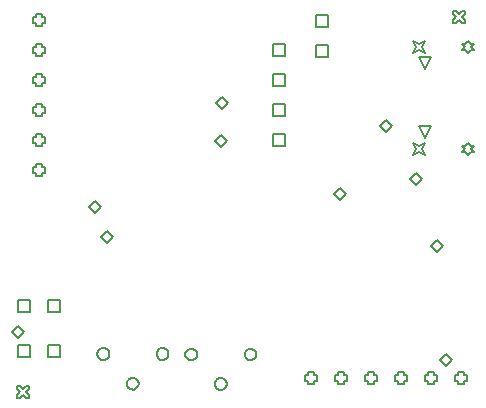
<source format=gbr>
G04*
G04 #@! TF.GenerationSoftware,Altium Limited,Altium Designer,24.1.2 (44)*
G04*
G04 Layer_Color=2752767*
%FSLAX25Y25*%
%MOIN*%
G70*
G04*
G04 #@! TF.SameCoordinates,539E6247-A82E-4B89-B4FB-6AA9409DBF92*
G04*
G04*
G04 #@! TF.FilePolarity,Positive*
G04*
G01*
G75*
%ADD14C,0.00500*%
%ADD71C,0.00667*%
D14*
X130500Y126500D02*
X131500D01*
X132500Y127500D01*
X133500Y126500D01*
X134500D01*
Y127500D01*
X133500Y128500D01*
X134500Y129500D01*
Y130500D01*
X133500D01*
X132500Y129500D01*
X131500Y130500D01*
X130500D01*
Y129500D01*
X131500Y128500D01*
X130500Y127500D01*
Y126500D01*
X276000Y251500D02*
X277000D01*
X278000Y252500D01*
X279000Y251500D01*
X280000D01*
Y252500D01*
X279000Y253500D01*
X280000Y254500D01*
Y255500D01*
X279000D01*
X278000Y254500D01*
X277000Y255500D01*
X276000D01*
Y254500D01*
X277000Y253500D01*
X276000Y252500D01*
Y251500D01*
X131000Y155000D02*
Y159000D01*
X135000D01*
Y155000D01*
X131000D01*
X141000D02*
Y159000D01*
X145000D01*
Y155000D01*
X141000D01*
Y140000D02*
Y144000D01*
X145000D01*
Y140000D01*
X141000D01*
X131000D02*
Y144000D01*
X135000D01*
Y140000D01*
X131000D01*
X216000Y210500D02*
Y214500D01*
X220000D01*
Y210500D01*
X216000D01*
Y220500D02*
Y224500D01*
X220000D01*
Y220500D01*
X216000D01*
Y230500D02*
Y234500D01*
X220000D01*
Y230500D01*
X216000D01*
Y240500D02*
Y244500D01*
X220000D01*
Y240500D01*
X216000D01*
X230139Y240000D02*
Y244000D01*
X234139D01*
Y240000D01*
X230139D01*
Y250000D02*
Y254000D01*
X234139D01*
Y250000D01*
X230139D01*
X137000Y251500D02*
Y250500D01*
X139000D01*
Y251500D01*
X140000D01*
Y253500D01*
X139000D01*
Y254500D01*
X137000D01*
Y253500D01*
X136000D01*
Y251500D01*
X137000D01*
Y241500D02*
Y240500D01*
X139000D01*
Y241500D01*
X140000D01*
Y243500D01*
X139000D01*
Y244500D01*
X137000D01*
Y243500D01*
X136000D01*
Y241500D01*
X137000D01*
Y231500D02*
Y230500D01*
X139000D01*
Y231500D01*
X140000D01*
Y233500D01*
X139000D01*
Y234500D01*
X137000D01*
Y233500D01*
X136000D01*
Y231500D01*
X137000D01*
Y221500D02*
Y220500D01*
X139000D01*
Y221500D01*
X140000D01*
Y223500D01*
X139000D01*
Y224500D01*
X137000D01*
Y223500D01*
X136000D01*
Y221500D01*
X137000D01*
Y211500D02*
Y210500D01*
X139000D01*
Y211500D01*
X140000D01*
Y213500D01*
X139000D01*
Y214500D01*
X137000D01*
Y213500D01*
X136000D01*
Y211500D01*
X137000D01*
Y201500D02*
Y200500D01*
X139000D01*
Y201500D01*
X140000D01*
Y203500D01*
X139000D01*
Y204500D01*
X137000D01*
Y203500D01*
X136000D01*
Y201500D01*
X137000D01*
X277500Y132000D02*
Y131000D01*
X279500D01*
Y132000D01*
X280500D01*
Y134000D01*
X279500D01*
Y135000D01*
X277500D01*
Y134000D01*
X276500D01*
Y132000D01*
X277500D01*
X267500D02*
Y131000D01*
X269500D01*
Y132000D01*
X270500D01*
Y134000D01*
X269500D01*
Y135000D01*
X267500D01*
Y134000D01*
X266500D01*
Y132000D01*
X267500D01*
X257500D02*
Y131000D01*
X259500D01*
Y132000D01*
X260500D01*
Y134000D01*
X259500D01*
Y135000D01*
X257500D01*
Y134000D01*
X256500D01*
Y132000D01*
X257500D01*
X247500D02*
Y131000D01*
X249500D01*
Y132000D01*
X250500D01*
Y134000D01*
X249500D01*
Y135000D01*
X247500D01*
Y134000D01*
X246500D01*
Y132000D01*
X247500D01*
X237500D02*
Y131000D01*
X239500D01*
Y132000D01*
X240500D01*
Y134000D01*
X239500D01*
Y135000D01*
X237500D01*
Y134000D01*
X236500D01*
Y132000D01*
X237500D01*
X227500D02*
Y131000D01*
X229500D01*
Y132000D01*
X230500D01*
Y134000D01*
X229500D01*
Y135000D01*
X227500D01*
Y134000D01*
X226500D01*
Y132000D01*
X227500D01*
X266512Y235878D02*
X264512Y239878D01*
X268512D01*
X266512Y235878D01*
Y213122D02*
X264512Y217122D01*
X268512D01*
X266512Y213122D01*
X281000Y207492D02*
X282000Y208492D01*
X283000D01*
X282000Y209492D01*
X283000Y210492D01*
X282000D01*
X281000Y211492D01*
X280000Y210492D01*
X279000D01*
X280000Y209492D01*
X279000Y208492D01*
X280000D01*
X281000Y207492D01*
Y241508D02*
X282000Y242508D01*
X283000D01*
X282000Y243508D01*
X283000Y244508D01*
X282000D01*
X281000Y245508D01*
X280000Y244508D01*
X279000D01*
X280000Y243508D01*
X279000Y242508D01*
X280000D01*
X281000Y241508D01*
X262543Y207492D02*
X263543Y209492D01*
X262543Y211492D01*
X264543Y210492D01*
X266543Y211492D01*
X265543Y209492D01*
X266543Y207492D01*
X264543Y208492D01*
X262543Y207492D01*
Y241508D02*
X263543Y243508D01*
X262543Y245508D01*
X264543Y244508D01*
X266543Y245508D01*
X265543Y243508D01*
X266543Y241508D01*
X264543Y242508D01*
X262543Y241508D01*
X268500Y177000D02*
X270500Y179000D01*
X272500Y177000D01*
X270500Y175000D01*
X268500Y177000D01*
X129000Y148400D02*
X131000Y150400D01*
X133000Y148400D01*
X131000Y146400D01*
X129000Y148400D01*
X196700Y212000D02*
X198700Y214000D01*
X200700Y212000D01*
X198700Y210000D01*
X196700Y212000D01*
X158635Y180035D02*
X160635Y182035D01*
X162635Y180035D01*
X160635Y178035D01*
X158635Y180035D01*
X236300Y194400D02*
X238300Y196400D01*
X240300Y194400D01*
X238300Y192400D01*
X236300Y194400D01*
X251400Y217100D02*
X253400Y219100D01*
X255400Y217100D01*
X253400Y215100D01*
X251400Y217100D01*
X261500Y199300D02*
X263500Y201300D01*
X265500Y199300D01*
X263500Y197300D01*
X261500Y199300D01*
X271500Y138920D02*
X273500Y140920D01*
X275500Y138920D01*
X273500Y136920D01*
X271500Y138920D01*
X154400Y189909D02*
X156400Y191909D01*
X158400Y189909D01*
X156400Y187909D01*
X154400Y189909D01*
X197000Y224600D02*
X199000Y226600D01*
X201000Y224600D01*
X199000Y222600D01*
X197000Y224600D01*
D71*
X210342Y140843D02*
X210113Y141772D01*
X209478Y142489D01*
X208583Y142828D01*
X207633Y142713D01*
X206845Y142169D01*
X206400Y141321D01*
Y140364D01*
X206845Y139516D01*
X207633Y138973D01*
X208583Y138857D01*
X209478Y139197D01*
X210113Y139913D01*
X210342Y140843D01*
X200500Y131000D02*
X200271Y131929D01*
X199636Y132646D01*
X198741Y132985D01*
X197791Y132870D01*
X197003Y132326D01*
X196558Y131479D01*
Y130521D01*
X197003Y129674D01*
X197791Y129130D01*
X198741Y129015D01*
X199636Y129354D01*
X200271Y130071D01*
X200500Y131000D01*
X190657Y140843D02*
X190428Y141772D01*
X189794Y142489D01*
X188899Y142828D01*
X187948Y142713D01*
X187160Y142169D01*
X186715Y141321D01*
Y140364D01*
X187160Y139516D01*
X187948Y138973D01*
X188899Y138857D01*
X189794Y139197D01*
X190428Y139913D01*
X190657Y140843D01*
X181000Y141000D02*
X180771Y141929D01*
X180136Y142646D01*
X179241Y142985D01*
X178291Y142870D01*
X177503Y142326D01*
X177058Y141479D01*
Y140521D01*
X177503Y139674D01*
X178291Y139130D01*
X179241Y139015D01*
X180136Y139354D01*
X180771Y140071D01*
X181000Y141000D01*
X171157Y131157D02*
X170928Y132087D01*
X170293Y132803D01*
X169398Y133143D01*
X168448Y133027D01*
X167660Y132484D01*
X167216Y131636D01*
Y130679D01*
X167660Y129831D01*
X168448Y129287D01*
X169398Y129172D01*
X170293Y129511D01*
X170928Y130228D01*
X171157Y131157D01*
X161315Y141000D02*
X161086Y141929D01*
X160451Y142646D01*
X159556Y142985D01*
X158606Y142870D01*
X157818Y142326D01*
X157373Y141479D01*
Y140521D01*
X157818Y139674D01*
X158606Y139130D01*
X159556Y139015D01*
X160451Y139354D01*
X161086Y140071D01*
X161315Y141000D01*
M02*

</source>
